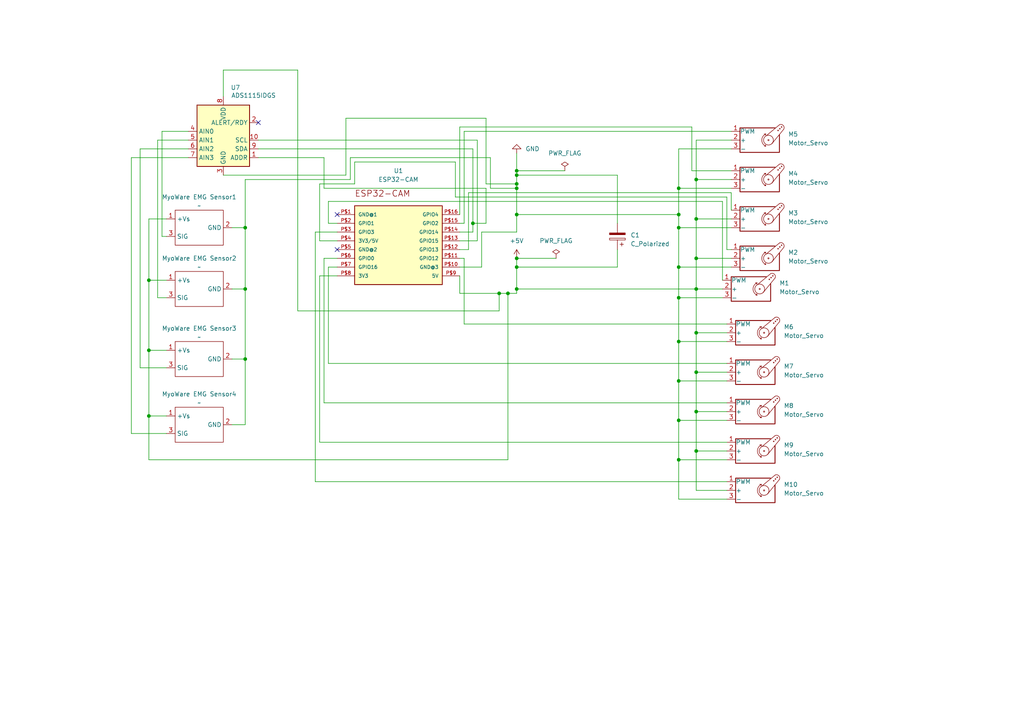
<source format=kicad_sch>
(kicad_sch (version 20250114) (generator "eeschema") (generator_version "9.0")
  (paper "A4")
  (lib_symbols
    (symbol "Analog_ADC:ADS1115IDGS"
      (property "Reference" "U" (at 2.54 13.97 0))
      (property "Value" "ADS1115IDGS" (at 7.62 11.43 0))
      (symbol "ADS1115IDGS_0_1"
        (rectangle (start -7.62 10.16) (end 7.62 -7.62) (stroke (width 0.254)) (fill (type background)))
      )
      (symbol "ADS1115IDGS_1_1"
        (pin input line (at -10.16 2.54 0) (length 2.54) (name "AIN0") (number "4"))
        (pin input line (at -10.16 0 0) (length 2.54) (name "AIN1") (number "5"))
        (pin input line (at -10.16 -2.54 0) (length 2.54) (name "AIN2") (number "6"))
        (pin input line (at -10.16 -5.08 0) (length 2.54) (name "AIN3") (number "7"))
        (pin power_in line (at 0 12.7 270) (length 2.54) (name "VDD") (number "8"))
        (pin power_in line (at 0 -10.16 90) (length 2.54) (name "GND") (number "3"))
        (pin output line (at 10.16 5.08 180) (length 2.54) (name "ALERT/RDY") (number "2"))
        (pin input line (at 10.16 0 180) (length 2.54) (name "SCL") (number "10"))
        (pin bidirectional line (at 10.16 -2.54 180) (length 2.54) (name "SDA") (number "9"))
        (pin input line (at 10.16 -5.08 180) (length 2.54) (name "ADDR") (number "1"))
      )
    )
    (symbol "Device:C_Polarized" (pin_numbers (hide yes)) (pin_names (offset 0.254))
      (property "Reference" "C" (at 0.635 2.54 0))
      (property "Value" "C_Polarized" (at 0.635 -2.54 0))
      (symbol "C_Polarized_0_1"
        (rectangle (start -2.286 0.508) (end 2.286 1.016))
        (polyline (pts (xy -1.778 2.286) (xy -0.762 2.286)))
        (polyline (pts (xy -1.27 2.794) (xy -1.27 1.778)))
        (rectangle (start 2.286 -0.508) (end -2.286 -1.016) (fill (type outline)))
      )
      (symbol "C_Polarized_1_1"
        (pin passive line (at 0 3.81 270) (length 2.794) (name "~") (number "1"))
        (pin passive line (at 0 -3.81 90) (length 2.794) (name "~") (number "2"))
      )
    )
    (symbol "ESP32-CAM:ESP32-CAM" (pin_names (offset 1.016))
      (property "Reference" "U" (at 0 0 0))
      (property "Value" "ESP32-CAM" (at 0 0 0))
      (symbol "ESP32-CAM_0_0"
        (rectangle (start -12.7 -10.16) (end 12.7 12.7) (stroke (width 0.254)) (fill (type background)))
        (text "ESP32-CAM" (at -12.7 15.24 0) (effects (font (size 1.778 1.778)) (justify left bottom)))
        (pin bidirectional line (at -17.78 7.62 0) (length 5.08) (name "GPIO1") (number "P$2"))
        (pin bidirectional line (at -17.78 5.08 0) (length 5.08) (name "GPIO3") (number "P$3"))
        (pin bidirectional line (at -17.78 2.54 0) (length 5.08) (name "3V3/5V") (number "P$4"))
        (pin bidirectional line (at -17.78 -2.54 0) (length 5.08) (name "GPIO0") (number "P$6"))
        (pin bidirectional line (at -17.78 -5.08 0) (length 5.08) (name "GPIO16") (number "P$7"))
        (pin bidirectional line (at -17.78 -7.62 0) (length 5.08) (name "3V3") (number "P$8"))
        (pin bidirectional line (at 17.78 10.16 180) (length 5.08) (name "GPIO4") (number "P$16"))
        (pin bidirectional line (at 17.78 7.62 180) (length 5.08) (name "GPIO2") (number "P$15"))
        (pin bidirectional line (at 17.78 5.08 180) (length 5.08) (name "GPIO14") (number "P$14"))
        (pin bidirectional line (at 17.78 2.54 180) (length 5.08) (name "GPIO15") (number "P$13"))
        (pin bidirectional line (at 17.78 0 180) (length 5.08) (name "GPIO13") (number "P$12"))
        (pin bidirectional line (at 17.78 -2.54 180) (length 5.08) (name "GPIO12") (number "P$11"))
      )
      (symbol "ESP32-CAM_1_0"
        (pin power_in line (at -17.78 10.16 0) (length 5.08) (name "GND@1") (number "P$1"))
        (pin power_in line (at -17.78 0 0) (length 5.08) (name "GND@2") (number "P$5"))
        (pin power_in line (at 17.78 -5.08 180) (length 5.08) (name "GND@3") (number "P$10"))
        (pin power_in line (at 17.78 -7.62 180) (length 5.08) (name "5V") (number "P$9"))
      )
    )
    (symbol "Motor:Motor_Servo" (pin_names (offset 0.0254))
      (property "Reference" "M" (at -5.08 4.445 0))
      (property "Value" "Motor_Servo" (at -5.08 -4.064 0))
      (symbol "Motor_Servo_0_1"
        (polyline (pts (xy 2.413 1.778) (xy 1.905 1.778)))
        (polyline (pts (xy 2.413 1.778) (xy 2.286 1.397)))
        (polyline (pts (xy 2.413 -1.778) (xy 2.032 -1.778)))
        (polyline (pts (xy 2.413 -1.778) (xy 2.286 -1.397)))
        (arc (start 2.413 -1.778) (mid 1.2406 0) (end 2.413 1.778))
        (circle (center 3.175 0) (radius 0.1778))
        (circle (center 3.175 0) (radius 1.4224))
        (polyline (pts (xy 5.08 3.556) (xy -5.08 3.556) (xy -5.08 -3.556) (xy 6.35 -3.556) (xy 6.35 1.524)) (stroke (width 0.254)))
        (circle (center 5.969 2.794) (radius 0.127))
        (polyline (pts (xy 6.35 4.445) (xy 2.54 1.27)))
        (circle (center 6.477 3.302) (radius 0.127))
        (arc (start 6.35 4.445) (mid 7.4487 4.2737) (end 7.62 3.175))
        (circle (center 6.985 3.81) (radius 0.127))
        (polyline (pts (xy 7.62 3.175) (xy 4.191 -1.016)))
      )
      (symbol "Motor_Servo_1_1"
        (pin passive line (at -7.62 2.54 0) (length 2.54) (name "PWM") (number "1"))
        (pin passive line (at -7.62 0 0) (length 2.54) (name "+") (number "2"))
        (pin passive line (at -7.62 -2.54 0) (length 2.54) (name "-") (number "3"))
      )
    )
    (symbol "MyoWare_EMG_Sensor:MyoWare_EMG_Sensor"
      (property "Reference" "MyoWare EMG Sensor" (at -0.508 8.636 0))
      (symbol "MyoWare_EMG_Sensor_0_1"
        (rectangle (start -7.62 6.35) (end 6.35 -3.81))
      )
      (symbol "MyoWare_EMG_Sensor_1_1"
        (pin passive line (at -10.16 3.81 0) (length 2.54) (name "+Vs") (number "1"))
        (pin output line (at -10.16 -1.27 0) (length 2.54) (name "SIG") (number "3"))
        (pin passive line (at 8.89 1.27 180) (length 2.54) (name "GND") (number "2"))
      )
    )
    (symbol "power:+5V" (power) (pin_numbers (hide yes)) (pin_names (offset 0) (hide yes))
      (property "Value" "+5V" (at 0 3.556 0))
      (symbol "+5V_0_1"
        (polyline (pts (xy -0.762 1.27) (xy 0 2.54)))
        (polyline (pts (xy 0 2.54) (xy 0.762 1.27)))
        (polyline (pts (xy 0 0) (xy 0 2.54)))
      )
      (symbol "+5V_1_1"
        (pin power_in line (at 0 0 90) (length 0) (name "~") (number "1"))
      )
    )
    (symbol "power:GND" (power) (pin_numbers (hide yes)) (pin_names (offset 0) (hide yes))
      (property "Value" "GND" (at 0 -3.81 0))
      (symbol "GND_0_1"
        (polyline (pts (xy 0 0) (xy 0 -1.27) (xy 1.27 -1.27) (xy 0 -2.54) (xy -1.27 -1.27) (xy 0 -1.27)))
      )
      (symbol "GND_1_1"
        (pin power_in line (at 0 0 270) (length 0) (name "~") (number "1"))
      )
    )
    (symbol "power:PWR_FLAG" (power) (pin_numbers (hide yes)) (pin_names (offset 0) (hide yes))
      (property "Value" "PWR_FLAG" (at 0 3.81 0))
      (symbol "PWR_FLAG_0_0"
        (pin power_out line (at 0 0 90) (length 0) (name "~") (number "1"))
      )
      (symbol "PWR_FLAG_0_1"
        (polyline (pts (xy 0 0) (xy 0 1.27) (xy -1.016 1.905) (xy 0 2.54) (xy 1.016 1.905) (xy 0 1.27)))
      )
    )
  )
  (junction (at 196.85 99.06))
  (junction (at 201.93 52.07))
  (junction (at 201.93 96.52))
  (junction (at 149.86 50.8))
  (junction (at 196.85 66.04))
  (junction (at 201.93 63.5))
  (junction (at 43.18 81.28))
  (junction (at 149.86 54.61))
  (junction (at 71.12 66.04))
  (junction (at 149.86 74.93))
  (junction (at 196.85 121.92))
  (junction (at 201.93 83.82))
  (junction (at 71.12 104.14))
  (junction (at 149.86 83.82))
  (junction (at 196.85 110.49))
  (junction (at 137.16 64.77))
  (junction (at 196.85 77.47))
  (junction (at 196.85 54.61))
  (junction (at 201.93 107.95))
  (junction (at 149.86 49.53))
  (junction (at 149.86 53.34))
  (junction (at 43.18 101.6))
  (junction (at 196.85 62.23))
  (junction (at 149.86 62.23))
  (junction (at 201.93 119.38))
  (junction (at 144.78 85.09))
  (junction (at 196.85 133.35))
  (junction (at 43.18 120.65))
  (junction (at 196.85 86.36))
  (junction (at 149.86 77.47))
  (junction (at 147.32 85.09))
  (junction (at 201.93 74.93))
  (junction (at 71.12 83.82))
  (junction (at 201.93 130.81))
  (no_connect (at 97.79 62.23))
  (no_connect (at 97.79 72.39))
  (no_connect (at 74.93 35.56))
  (wire (pts (xy 196.85 43.18) (xy 196.85 54.61)))
  (wire (pts (xy 135.89 55.88) (xy 135.89 72.39)))
  (wire (pts (xy 201.93 96.52) (xy 201.93 107.95)))
  (wire (pts (xy 71.12 123.19) (xy 71.12 104.14)))
  (wire (pts (xy 43.18 81.28) (xy 48.26 81.28)))
  (wire (pts (xy 43.18 101.6) (xy 43.18 120.65)))
  (wire (pts (xy 43.18 63.5) (xy 48.26 63.5)))
  (wire (pts (xy 38.1 125.73) (xy 38.1 45.72)))
  (wire (pts (xy 93.98 45.72) (xy 93.98 54.61)))
  (wire (pts (xy 133.35 85.09) (xy 133.35 80.01)))
  (wire (pts (xy 196.85 86.36) (xy 209.55 86.36)))
  (wire (pts (xy 149.86 50.8) (xy 179.07 50.8)))
  (wire (pts (xy 210.82 116.84) (xy 93.98 116.84)))
  (wire (pts (xy 46.99 68.58) (xy 46.99 38.1)))
  (wire (pts (xy 102.87 46.99) (xy 102.87 53.34)))
  (wire (pts (xy 138.43 69.85) (xy 133.35 69.85)))
  (wire (pts (xy 140.97 64.77) (xy 137.16 64.77)))
  (wire (pts (xy 210.82 107.95) (xy 201.93 107.95)))
  (wire (pts (xy 210.82 105.41) (xy 95.25 105.41)))
  (wire (pts (xy 201.93 83.82) (xy 201.93 96.52)))
  (wire (pts (xy 64.77 20.32) (xy 86.36 20.32)))
  (wire (pts (xy 92.71 128.27) (xy 92.71 80.01)))
  (wire (pts (xy 138.43 40.64) (xy 138.43 69.85)))
  (wire (pts (xy 212.09 55.88) (xy 135.89 55.88)))
  (wire (pts (xy 149.86 74.93) (xy 149.86 77.47)))
  (wire (pts (xy 48.26 125.73) (xy 38.1 125.73)))
  (wire (pts (xy 144.78 90.17) (xy 144.78 85.09)))
  (wire (pts (xy 196.85 99.06) (xy 196.85 86.36)))
  (wire (pts (xy 210.82 96.52) (xy 201.93 96.52)))
  (wire (pts (xy 92.71 53.34) (xy 92.71 69.85)))
  (wire (pts (xy 149.86 49.53) (xy 163.83 49.53)))
  (wire (pts (xy 102.87 53.34) (xy 92.71 53.34)))
  (wire (pts (xy 149.86 83.82) (xy 201.93 83.82)))
  (wire (pts (xy 137.16 43.18) (xy 137.16 64.77)))
  (wire (pts (xy 95.25 77.47) (xy 97.79 77.47)))
  (wire (pts (xy 71.12 83.82) (xy 71.12 66.04)))
  (wire (pts (xy 196.85 121.92) (xy 196.85 133.35)))
  (wire (pts (xy 134.62 74.93) (xy 133.35 74.93)))
  (wire (pts (xy 196.85 133.35) (xy 210.82 133.35)))
  (wire (pts (xy 86.36 20.32) (xy 86.36 90.17)))
  (wire (pts (xy 200.66 36.83) (xy 133.35 36.83)))
  (wire (pts (xy 91.44 67.31) (xy 97.79 67.31)))
  (wire (pts (xy 71.12 66.04) (xy 71.12 52.07)))
  (wire (pts (xy 64.77 50.8) (xy 100.33 50.8)))
  (wire (pts (xy 210.82 110.49) (xy 196.85 110.49)))
  (wire (pts (xy 137.16 67.31) (xy 133.35 67.31)))
  (wire (pts (xy 196.85 99.06) (xy 196.85 110.49)))
  (wire (pts (xy 134.62 93.98) (xy 134.62 74.93)))
  (wire (pts (xy 210.82 144.78) (xy 196.85 144.78)))
  (wire (pts (xy 209.55 58.42) (xy 95.25 58.42)))
  (wire (pts (xy 139.7 67.31) (xy 149.86 67.31)))
  (wire (pts (xy 149.86 49.53) (xy 149.86 50.8)))
  (wire (pts (xy 132.08 57.15) (xy 132.08 46.99)))
  (wire (pts (xy 134.62 64.77) (xy 133.35 64.77)))
  (wire (pts (xy 142.24 45.72) (xy 142.24 54.61)))
  (wire (pts (xy 196.85 66.04) (xy 196.85 62.23)))
  (wire (pts (xy 135.89 72.39) (xy 133.35 72.39)))
  (wire (pts (xy 64.77 27.94) (xy 64.77 20.32)))
  (wire (pts (xy 95.25 58.42) (xy 95.25 64.77)))
  (wire (pts (xy 210.82 72.39) (xy 210.82 57.15)))
  (wire (pts (xy 101.6 52.07) (xy 101.6 45.72)))
  (wire (pts (xy 133.35 85.09) (xy 144.78 85.09)))
  (wire (pts (xy 196.85 54.61) (xy 212.09 54.61)))
  (wire (pts (xy 212.09 43.18) (xy 196.85 43.18)))
  (wire (pts (xy 71.12 52.07) (xy 101.6 52.07)))
  (wire (pts (xy 210.82 139.7) (xy 91.44 139.7)))
  (wire (pts (xy 46.99 38.1) (xy 54.61 38.1)))
  (wire (pts (xy 147.32 85.09) (xy 147.32 133.35)))
  (wire (pts (xy 133.35 77.47) (xy 139.7 77.47)))
  (wire (pts (xy 201.93 130.81) (xy 201.93 142.24)))
  (wire (pts (xy 67.31 83.82) (xy 71.12 83.82)))
  (wire (pts (xy 101.6 45.72) (xy 142.24 45.72)))
  (wire (pts (xy 196.85 110.49) (xy 196.85 121.92)))
  (wire (pts (xy 43.18 120.65) (xy 43.18 133.35)))
  (wire (pts (xy 67.31 104.14) (xy 71.12 104.14)))
  (wire (pts (xy 140.97 34.29) (xy 140.97 53.34)))
  (wire (pts (xy 212.09 63.5) (xy 201.93 63.5)))
  (wire (pts (xy 92.71 69.85) (xy 97.79 69.85)))
  (wire (pts (xy 40.64 43.18) (xy 54.61 43.18)))
  (wire (pts (xy 209.55 81.28) (xy 209.55 58.42)))
  (wire (pts (xy 201.93 119.38) (xy 201.93 130.81)))
  (wire (pts (xy 45.72 86.36) (xy 45.72 40.64)))
  (wire (pts (xy 144.78 85.09) (xy 147.32 85.09)))
  (wire (pts (xy 74.93 40.64) (xy 138.43 40.64)))
  (wire (pts (xy 95.25 64.77) (xy 97.79 64.77)))
  (wire (pts (xy 134.62 38.1) (xy 134.62 64.77)))
  (wire (pts (xy 43.18 81.28) (xy 43.18 101.6)))
  (wire (pts (xy 201.93 63.5) (xy 201.93 74.93)))
  (wire (pts (xy 196.85 86.36) (xy 196.85 77.47)))
  (wire (pts (xy 210.82 119.38) (xy 201.93 119.38)))
  (wire (pts (xy 149.86 54.61) (xy 149.86 62.23)))
  (wire (pts (xy 201.93 40.64) (xy 201.93 52.07)))
  (wire (pts (xy 196.85 77.47) (xy 212.09 77.47)))
  (wire (pts (xy 201.93 52.07) (xy 212.09 52.07)))
  (wire (pts (xy 196.85 133.35) (xy 196.85 144.78)))
  (wire (pts (xy 212.09 40.64) (xy 201.93 40.64)))
  (wire (pts (xy 149.86 77.47) (xy 149.86 83.82)))
  (wire (pts (xy 149.86 83.82) (xy 149.86 85.09)))
  (wire (pts (xy 48.26 86.36) (xy 45.72 86.36)))
  (wire (pts (xy 40.64 106.68) (xy 40.64 43.18)))
  (wire (pts (xy 196.85 66.04) (xy 212.09 66.04)))
  (wire (pts (xy 137.16 64.77) (xy 137.16 67.31)))
  (wire (pts (xy 43.18 133.35) (xy 147.32 133.35)))
  (wire (pts (xy 92.71 80.01) (xy 97.79 80.01)))
  (wire (pts (xy 212.09 38.1) (xy 134.62 38.1)))
  (wire (pts (xy 132.08 46.99) (xy 102.87 46.99)))
  (wire (pts (xy 201.93 52.07) (xy 201.93 63.5)))
  (wire (pts (xy 196.85 99.06) (xy 210.82 99.06)))
  (wire (pts (xy 48.26 68.58) (xy 46.99 68.58)))
  (wire (pts (xy 210.82 128.27) (xy 92.71 128.27)))
  (wire (pts (xy 201.93 107.95) (xy 201.93 119.38)))
  (wire (pts (xy 210.82 142.24) (xy 201.93 142.24)))
  (wire (pts (xy 86.36 90.17) (xy 144.78 90.17)))
  (wire (pts (xy 93.98 54.61) (xy 140.97 54.61)))
  (wire (pts (xy 139.7 77.47) (xy 139.7 67.31)))
  (wire (pts (xy 147.32 85.09) (xy 149.86 85.09)))
  (wire (pts (xy 133.35 36.83) (xy 133.35 62.23)))
  (wire (pts (xy 196.85 121.92) (xy 210.82 121.92)))
  (wire (pts (xy 140.97 54.61) (xy 140.97 64.77)))
  (wire (pts (xy 43.18 63.5) (xy 43.18 81.28)))
  (wire (pts (xy 210.82 93.98) (xy 134.62 93.98)))
  (wire (pts (xy 38.1 45.72) (xy 54.61 45.72)))
  (wire (pts (xy 74.93 43.18) (xy 137.16 43.18)))
  (wire (pts (xy 74.93 45.72) (xy 93.98 45.72)))
  (wire (pts (xy 179.07 50.8) (xy 179.07 64.77)))
  (wire (pts (xy 196.85 54.61) (xy 196.85 62.23)))
  (wire (pts (xy 71.12 104.14) (xy 71.12 83.82)))
  (wire (pts (xy 210.82 57.15) (xy 132.08 57.15)))
  (wire (pts (xy 149.86 44.45) (xy 149.86 49.53)))
  (wire (pts (xy 93.98 116.84) (xy 93.98 74.93)))
  (wire (pts (xy 45.72 40.64) (xy 54.61 40.64)))
  (wire (pts (xy 100.33 50.8) (xy 100.33 34.29)))
  (wire (pts (xy 210.82 130.81) (xy 201.93 130.81)))
  (wire (pts (xy 200.66 49.53) (xy 200.66 36.83)))
  (wire (pts (xy 95.25 105.41) (xy 95.25 77.47)))
  (wire (pts (xy 91.44 139.7) (xy 91.44 67.31)))
  (wire (pts (xy 93.98 74.93) (xy 97.79 74.93)))
  (wire (pts (xy 48.26 120.65) (xy 43.18 120.65)))
  (wire (pts (xy 149.86 74.93) (xy 161.29 74.93)))
  (wire (pts (xy 149.86 50.8) (xy 149.86 53.34)))
  (wire (pts (xy 212.09 60.96) (xy 212.09 55.88)))
  (wire (pts (xy 48.26 106.68) (xy 40.64 106.68)))
  (wire (pts (xy 196.85 77.47) (xy 196.85 66.04)))
  (wire (pts (xy 142.24 54.61) (xy 149.86 54.61)))
  (wire (pts (xy 201.93 74.93) (xy 212.09 74.93)))
  (wire (pts (xy 212.09 72.39) (xy 210.82 72.39)))
  (wire (pts (xy 212.09 49.53) (xy 200.66 49.53)))
  (wire (pts (xy 179.07 77.47) (xy 149.86 77.47)))
  (wire (pts (xy 48.26 101.6) (xy 43.18 101.6)))
  (wire (pts (xy 149.86 53.34) (xy 149.86 54.61)))
  (wire (pts (xy 140.97 53.34) (xy 149.86 53.34)))
  (wire (pts (xy 67.31 66.04) (xy 71.12 66.04)))
  (wire (pts (xy 201.93 74.93) (xy 201.93 83.82)))
  (wire (pts (xy 179.07 72.39) (xy 179.07 77.47)))
  (wire (pts (xy 201.93 83.82) (xy 209.55 83.82)))
  (wire (pts (xy 149.86 62.23) (xy 149.86 67.31)))
  (wire (pts (xy 100.33 34.29) (xy 140.97 34.29)))
  (wire (pts (xy 196.85 62.23) (xy 149.86 62.23)))
  (wire (pts (xy 67.31 123.19) (xy 71.12 123.19)))
  (symbol (lib_id "Device:C_Polarized") (at 179.07 68.58 180) (unit 1)
    (property "Reference" "C1" (at 182.88 68.1989 0) (effects (justify right)))
    (property "Value" "C_Polarized" (at 182.88 70.7389 0) (effects (justify right)))
    (property "Footprint" "Capacitor_THT:CP_Radial_D5.0mm_P2.50mm" (effects (hide yes)))
    (property "Description" "Polarized capacitor" (effects (hide yes)))
  )
  (symbol (lib_id "Motor:Motor_Servo") (at 219.71 74.93 0) (unit 1)
    (property "Reference" "M2" (at 228.6 73.2268 0) (effects (justify left)))
    (property "Value" "Motor_Servo" (at 228.6 75.7668 0) (effects (justify left)))
    (property "Footprint" "Connector_PinHeader_2.54mm:PinHeader_1x03_P2.54mm_Vertical" (effects (hide yes)))
    (property "Datasheet" "http://forums.parallax.com/uploads/attachments/46831/74481.png" (effects (hide yes)))
    (property "Description" "Servo Motor (Futaba, HiTec, JR connector)" (effects (hide yes)))
  )
  (symbol (lib_id "Motor:Motor_Servo") (at 218.44 119.38 0) (unit 1)
    (property "Reference" "M8" (at 227.33 117.6768 0) (effects (justify left)))
    (property "Value" "Motor_Servo" (at 227.33 120.2168 0) (effects (justify left)))
    (property "Footprint" "Connector_PinHeader_2.54mm:PinHeader_1x03_P2.54mm_Vertical" (effects (hide yes)))
    (property "Datasheet" "http://forums.parallax.com/uploads/attachments/46831/74481.png" (effects (hide yes)))
    (property "Description" "Servo Motor (Futaba, HiTec, JR connector)" (effects (hide yes)))
  )
  (symbol (lib_id "MyoWare_EMG_Sensor:MyoWare_EMG_Sensor") (at 58.42 124.46 0) (unit 1)
    (property "Reference" "MyoWare EMG Sensor4" (at 57.785 114.3 0))
    (property "Value" "~" (at 57.785 116.84 0))
  )
  (symbol (lib_id "power:+5V") (at 149.86 74.93 0) (unit 1)
    (property "Reference" "#PWR01" (effects (hide yes)))
    (property "Value" "+5V" (at 149.86 69.85 0))
    (property "Description" "Power symbol creates a global label with name \"+5V\"" (effects (hide yes)))
  )
  (symbol (lib_id "Motor:Motor_Servo") (at 218.44 130.81 0) (unit 1)
    (property "Reference" "M9" (at 227.33 129.1068 0) (effects (justify left)))
    (property "Value" "Motor_Servo" (at 227.33 131.6468 0) (effects (justify left)))
    (property "Footprint" "Connector_PinHeader_2.54mm:PinHeader_1x03_P2.54mm_Vertical" (effects (hide yes)))
    (property "Datasheet" "http://forums.parallax.com/uploads/attachments/46831/74481.png" (effects (hide yes)))
    (property "Description" "Servo Motor (Futaba, HiTec, JR connector)" (effects (hide yes)))
  )
  (symbol (lib_id "Motor:Motor_Servo") (at 218.44 96.52 0) (unit 1)
    (property "Reference" "M6" (at 227.33 94.8168 0) (effects (justify left)))
    (property "Value" "Motor_Servo" (at 227.33 97.3568 0) (effects (justify left)))
    (property "Footprint" "Connector_PinHeader_2.54mm:PinHeader_1x03_P2.54mm_Vertical" (effects (hide yes)))
    (property "Datasheet" "http://forums.parallax.com/uploads/attachments/46831/74481.png" (effects (hide yes)))
    (property "Description" "Servo Motor (Futaba, HiTec, JR connector)" (effects (hide yes)))
  )
  (symbol (lib_id "Motor:Motor_Servo") (at 218.44 142.24 0) (unit 1)
    (property "Reference" "M10" (at 227.33 140.5368 0) (effects (justify left)))
    (property "Value" "Motor_Servo" (at 227.33 143.0768 0) (effects (justify left)))
    (property "Footprint" "Connector_PinHeader_2.54mm:PinHeader_1x03_P2.54mm_Vertical" (effects (hide yes)))
    (property "Datasheet" "http://forums.parallax.com/uploads/attachments/46831/74481.png" (effects (hide yes)))
    (property "Description" "Servo Motor (Futaba, HiTec, JR connector)" (effects (hide yes)))
  )
  (symbol (lib_id "MyoWare_EMG_Sensor:MyoWare_EMG_Sensor") (at 58.42 85.09 0) (unit 1)
    (property "Reference" "MyoWare EMG Sensor2" (at 57.785 74.93 0))
    (property "Value" "~" (at 57.785 77.47 0))
  )
  (symbol (lib_id "Motor:Motor_Servo") (at 217.17 83.82 0) (unit 1)
    (property "Reference" "M1" (at 226.06 82.1168 0) (effects (justify left)))
    (property "Value" "Motor_Servo" (at 226.06 84.6568 0) (effects (justify left)))
    (property "Footprint" "Connector_PinHeader_2.54mm:PinHeader_1x03_P2.54mm_Vertical" (effects (hide yes)))
    (property "Datasheet" "http://forums.parallax.com/uploads/attachments/46831/74481.png" (effects (hide yes)))
    (property "Description" "Servo Motor (Futaba, HiTec, JR connector)" (effects (hide yes)))
  )
  (symbol (lib_id "Motor:Motor_Servo") (at 219.71 40.64 0) (unit 1)
    (property "Reference" "M5" (at 228.6 38.9368 0) (effects (justify left)))
    (property "Value" "Motor_Servo" (at 228.6 41.4768 0) (effects (justify left)))
    (property "Footprint" "Connector_PinHeader_2.54mm:PinHeader_1x03_P2.54mm_Vertical" (effects (hide yes)))
    (property "Datasheet" "http://forums.parallax.com/uploads/attachments/46831/74481.png" (effects (hide yes)))
    (property "Description" "Servo Motor (Futaba, HiTec, JR connector)" (effects (hide yes)))
  )
  (symbol (lib_id "power:PWR_FLAG") (at 163.83 49.53 0) (unit 1)
    (property "Reference" "#FLG02" (effects (hide yes)))
    (property "Value" "PWR_FLAG" (at 163.83 44.45 0))
    (property "Description" "Special symbol for telling ERC where power comes from" (effects (hide yes)))
  )
  (symbol (lib_id "Analog_ADC:ADS1115IDGS") (at 64.77 40.64 0) (unit 1)
    (property "Reference" "U7" (at 66.9133 25.4 0) (effects (justify left)))
    (property "Value" "ADS1115IDGS" (at 67.056 27.686 0) (effects (justify left)))
    (property "Footprint" "Package_SO:TSSOP-10_3x3mm_P0.5mm" (effects (hide yes)))
    (property "Datasheet" "http://www.ti.com/lit/ds/symlink/ads1113.pdf" (effects (hide yes)))
    (property "Description" "Ultra-Small, Low-Power, I2C-Compatible, 860-SPS, 16-Bit ADCs With Internal Reference, Oscillator, and Programmable Comparator, VSSOP-10" (effects (hide yes)))
  )
  (symbol (lib_id "Motor:Motor_Servo") (at 219.71 63.5 0) (unit 1)
    (property "Reference" "M3" (at 228.6 61.7968 0) (effects (justify left)))
    (property "Value" "Motor_Servo" (at 228.6 64.3368 0) (effects (justify left)))
    (property "Footprint" "Connector_PinHeader_2.54mm:PinHeader_1x03_P2.54mm_Vertical" (effects (hide yes)))
    (property "Datasheet" "http://forums.parallax.com/uploads/attachments/46831/74481.png" (effects (hide yes)))
    (property "Description" "Servo Motor (Futaba, HiTec, JR connector)" (effects (hide yes)))
  )
  (symbol (lib_id "Motor:Motor_Servo") (at 218.44 107.95 0) (unit 1)
    (property "Reference" "M7" (at 227.33 106.2468 0) (effects (justify left)))
    (property "Value" "Motor_Servo" (at 227.33 108.7868 0) (effects (justify left)))
    (property "Footprint" "Connector_PinHeader_2.54mm:PinHeader_1x03_P2.54mm_Vertical" (effects (hide yes)))
    (property "Datasheet" "http://forums.parallax.com/uploads/attachments/46831/74481.png" (effects (hide yes)))
    (property "Description" "Servo Motor (Futaba, HiTec, JR connector)" (effects (hide yes)))
  )
  (symbol (lib_id "ESP32-CAM:ESP32-CAM") (at 115.57 72.39 0) (unit 1)
    (property "Reference" "U1" (at 115.57 49.53 0))
    (property "Value" "ESP32-CAM" (at 115.57 52.07 0))
    (property "Footprint" "ESP32-CAM:ESP32-CAM" (effects (hide yes)))
    (property "MF" "AI-Thinker" (effects (hide yes)))
    (property "Description_1" "ESP32 ESP32 Transceiver; 802.11 a/b/g/n (Wi-Fi, WiFi, WLAN), Bluetooth® Smart 4.x Low Energy (BLE) Evaluation Board" (effects (hide yes)))
    (property "Package" "None" (effects (hide yes)))
    (property "Price" "None" (effects (hide yes)))
    (property "SnapEDA_Link" "https://www.snapeda.com/parts/ESP32-CAM/AI-Thinker/view-part/?ref=snap" (effects (hide yes)))
    (property "MP" "ESP32-CAM" (effects (hide yes)))
    (property "Availability" "Not in stock" (effects (hide yes)))
    (property "Check_prices" "https://www.snapeda.com/parts/ESP32-CAM/AI-Thinker/view-part/?ref=eda" (effects (hide yes)))
  )
  (symbol (lib_id "MyoWare_EMG_Sensor:MyoWare_EMG_Sensor") (at 58.42 105.41 0) (unit 1)
    (property "Reference" "MyoWare EMG Sensor3" (at 57.785 95.25 0))
    (property "Value" "~" (at 57.785 97.79 0))
  )
  (symbol (lib_id "MyoWare_EMG_Sensor:MyoWare_EMG_Sensor") (at 58.42 67.31 0) (unit 1)
    (property "Reference" "MyoWare EMG Sensor1" (at 57.785 57.15 0))
    (property "Value" "~" (at 57.785 59.69 0))
  )
  (symbol (lib_id "Motor:Motor_Servo") (at 219.71 52.07 0) (unit 1)
    (property "Reference" "M4" (at 228.6 50.3668 0) (effects (justify left)))
    (property "Value" "Motor_Servo" (at 228.6 52.9068 0) (effects (justify left)))
    (property "Footprint" "Connector_PinHeader_2.54mm:PinHeader_1x03_P2.54mm_Vertical" (effects (hide yes)))
    (property "Datasheet" "http://forums.parallax.com/uploads/attachments/46831/74481.png" (effects (hide yes)))
    (property "Description" "Servo Motor (Futaba, HiTec, JR connector)" (effects (hide yes)))
  )
  (symbol (lib_id "power:PWR_FLAG") (at 161.29 74.93 0) (unit 1)
    (property "Reference" "#FLG01" (effects (hide yes)))
    (property "Value" "PWR_FLAG" (at 161.29 69.85 0))
    (property "Description" "Special symbol for telling ERC where power comes from" (effects (hide yes)))
  )
  (symbol (lib_id "power:GND") (at 149.86 44.45 180) (unit 1)
    (property "Reference" "#PWR02" (effects (hide yes)))
    (property "Value" "GND" (at 152.4 43.1799 0) (effects (justify right)))
    (property "Description" "Power symbol creates a global label with name \"GND\" , ground" (effects (hide yes)))
  )
)
</source>
